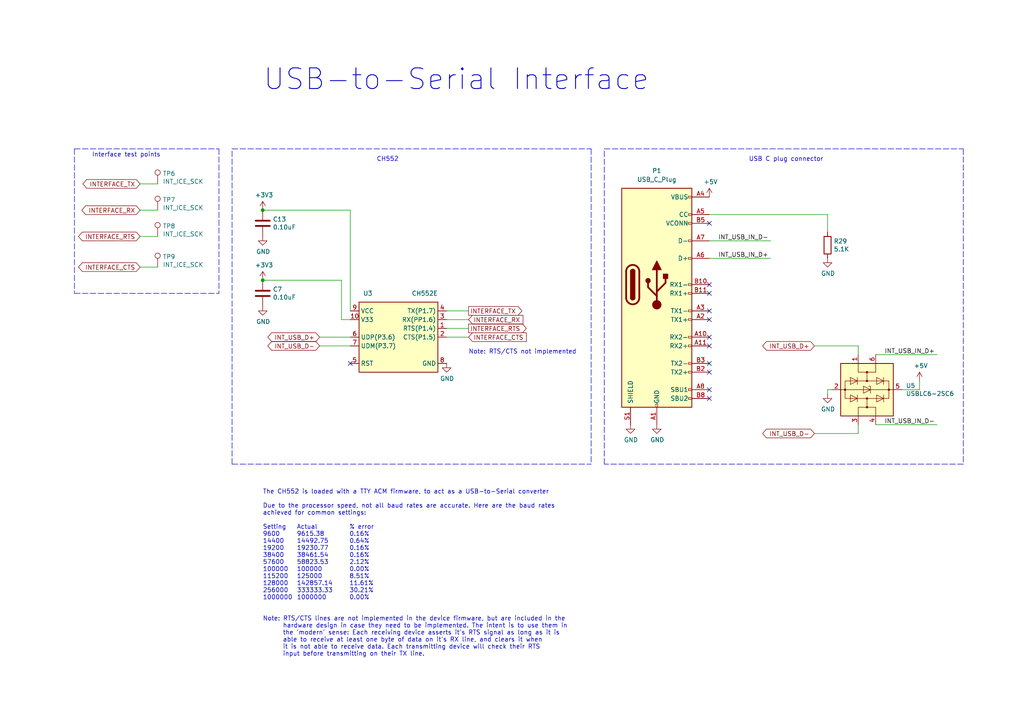
<source format=kicad_sch>
(kicad_sch (version 20211123) (generator eeschema)
  (paper "A4")
  (title_block (title "USB-to-Serial Interface") (date "2021-09-29") (rev "V1") (company "Tillitis AB") (comment 1 "2022"))
  (lib_symbols
    (symbol "Connector:TestPoint" (pin_numbers hide) (pin_names (offset 0.762) hide)
      (property "Reference" "TP" (at 0 6.858 0))
      (property "Value" "TestPoint" (at 0 5.08 0))
      (symbol "TestPoint_0_1"
        (circle (center 0 3.302) (radius 0.762))
      )
      (symbol "TestPoint_1_1"
        (pin passive line (at 0 0 90) (length 2.54) (name "1") (number "1"))
      )
    )
    (symbol "Connector:USB_C_Plug" (pin_names (offset 1.016))
      (property "Reference" "P" (at -10.16 29.21 0))
      (property "Value" "USB_C_Plug" (at 10.16 29.21 0))
      (symbol "USB_C_Plug_0_0"
        (rectangle (start -0.254 -35.56) (end 0.254 -34.544))
        (rectangle (start 10.16 -32.766) (end 9.144 -33.274))
        (rectangle (start 10.16 -30.226) (end 9.144 -30.734))
        (rectangle (start 10.16 -25.146) (end 9.144 -25.654))
        (rectangle (start 10.16 -22.606) (end 9.144 -23.114))
        (rectangle (start 10.16 -17.526) (end 9.144 -18.034))
        (rectangle (start 10.16 -14.986) (end 9.144 -15.494))
        (rectangle (start 10.16 -9.906) (end 9.144 -10.414))
        (rectangle (start 10.16 -7.366) (end 9.144 -7.874))
        (rectangle (start 10.16 -2.286) (end 9.144 -2.794))
        (rectangle (start 10.16 0.254) (end 9.144 -0.254))
        (rectangle (start 10.16 7.874) (end 9.144 7.366))
        (rectangle (start 10.16 12.954) (end 9.144 12.446))
        (rectangle (start 10.16 18.034) (end 9.144 17.526))
        (rectangle (start 10.16 20.574) (end 9.144 20.066))
        (rectangle (start 10.16 25.654) (end 9.144 25.146))
      )
      (symbol "USB_C_Plug_0_1"
        (rectangle (start -10.16 27.94) (end 10.16 -35.56) (stroke (width 0.254)) (fill (type background)))
        (arc (start -8.89 -3.81) (mid -6.985 -5.715) (end -5.08 -3.81) (stroke (width 0.508)))
        (arc (start -7.62 -3.81) (mid -6.985 -4.445) (end -6.35 -3.81) (stroke (width 0.254)))
        (arc (start -7.62 -3.81) (mid -6.985 -4.445) (end -6.35 -3.81) (stroke (width 0.254)) (fill (type outline)))
        (rectangle (start -7.62 -3.81) (end -6.35 3.81) (stroke (width 0.254)) (fill (type outline)))
        (arc (start -6.35 3.81) (mid -6.985 4.445) (end -7.62 3.81) (stroke (width 0.254)))
        (arc (start -6.35 3.81) (mid -6.985 4.445) (end -7.62 3.81) (stroke (width 0.254)) (fill (type outline)))
        (arc (start -5.08 3.81) (mid -6.985 5.715) (end -8.89 3.81) (stroke (width 0.508)))
        (polyline (pts (xy -8.89 -3.81) (xy -8.89 3.81)) (stroke (width 0.508)))
        (polyline (pts (xy -5.08 3.81) (xy -5.08 -3.81)) (stroke (width 0.508)))
      )
      (symbol "USB_C_Plug_1_1"
        (circle (center -2.54 1.143) (radius 0.635) (stroke (width 0.254)) (fill (type outline)))
        (circle (center 0 -5.842) (radius 1.27) (fill (type outline)))
        (polyline (pts (xy 0 -5.842) (xy 0 4.318)) (stroke (width 0.508)))
        (polyline (pts (xy 0 -3.302) (xy -2.54 -0.762) (xy -2.54 0.508)) (stroke (width 0.508)))
        (polyline (pts (xy 0 -2.032) (xy 2.54 0.508) (xy 2.54 1.778)) (stroke (width 0.508)))
        (polyline (pts (xy -1.27 4.318) (xy 0 6.858) (xy 1.27 4.318) (xy -1.27 4.318)) (stroke (width 0.254)) (fill (type outline)))
        (rectangle (start 1.905 1.778) (end 3.175 3.048) (stroke (width 0.254)) (fill (type outline)))
        (pin passive line (at 0 -40.64 90) (length 5.08) (name "GND") (number "A1"))
        (pin bidirectional line (at 15.24 -15.24 180) (length 5.08) (name "RX2-") (number "A10"))
        (pin bidirectional line (at 15.24 -17.78 180) (length 5.08) (name "RX2+") (number "A11"))
        (pin passive line (at 0 -40.64 90) (length 5.08) hide (name "GND") (number "A12"))
        (pin bidirectional line (at 15.24 -10.16 180) (length 5.08) (name "TX1+") (number "A2"))
        (pin bidirectional line (at 15.24 -7.62 180) (length 5.08) (name "TX1-") (number "A3"))
        (pin passive line (at 15.24 25.4 180) (length 5.08) (name "VBUS") (number "A4"))
        (pin bidirectional line (at 15.24 20.32 180) (length 5.08) (name "CC") (number "A5"))
        (pin bidirectional line (at 15.24 7.62 180) (length 5.08) (name "D+") (number "A6"))
        (pin bidirectional line (at 15.24 12.7 180) (length 5.08) (name "D-") (number "A7"))
        (pin bidirectional line (at 15.24 -30.48 180) (length 5.08) (name "SBU1") (number "A8"))
        (pin passive line (at 15.24 25.4 180) (length 5.08) hide (name "VBUS") (number "A9"))
        (pin passive line (at 0 -40.64 90) (length 5.08) hide (name "GND") (number "B1"))
        (pin bidirectional line (at 15.24 0 180) (length 5.08) (name "RX1-") (number "B10"))
        (pin bidirectional line (at 15.24 -2.54 180) (length 5.08) (name "RX1+") (number "B11"))
        (pin passive line (at 0 -40.64 90) (length 5.08) hide (name "GND") (number "B12"))
        (pin bidirectional line (at 15.24 -25.4 180) (length 5.08) (name "TX2+") (number "B2"))
        (pin bidirectional line (at 15.24 -22.86 180) (length 5.08) (name "TX2-") (number "B3"))
        (pin passive line (at 15.24 25.4 180) (length 5.08) hide (name "VBUS") (number "B4"))
        (pin bidirectional line (at 15.24 17.78 180) (length 5.08) (name "VCONN") (number "B5"))
        (pin bidirectional line (at 15.24 -33.02 180) (length 5.08) (name "SBU2") (number "B8"))
        (pin passive line (at 15.24 25.4 180) (length 5.08) hide (name "VBUS") (number "B9"))
        (pin passive line (at -7.62 -40.64 90) (length 5.08) (name "SHIELD") (number "S1"))
      )
    )
    (symbol "Device:C" (pin_numbers hide) (pin_names (offset 0.254))
      (property "Reference" "C" (at 0.635 2.54 0))
      (property "Value" "C" (at 0.635 -2.54 0))
      (symbol "C_0_1"
        (polyline (pts (xy -2.032 -0.762) (xy 2.032 -0.762)) (stroke (width 0.508)))
        (polyline (pts (xy -2.032 0.762) (xy 2.032 0.762)) (stroke (width 0.508)))
      )
      (symbol "C_1_1"
        (pin passive line (at 0 3.81 270) (length 2.794) (name "~") (number "1"))
        (pin passive line (at 0 -3.81 90) (length 2.794) (name "~") (number "2"))
      )
    )
    (symbol "Device:R" (pin_numbers hide) (pin_names (offset 0))
      (property "Reference" "R" (at 2.032 0 90))
      (property "Value" "R" (at 0 0 90))
      (symbol "R_0_1"
        (rectangle (start -1.016 -2.54) (end 1.016 2.54) (stroke (width 0.254)))
      )
      (symbol "R_1_1"
        (pin passive line (at 0 3.81 270) (length 1.27) (name "~") (number "1"))
        (pin passive line (at 0 -3.81 90) (length 1.27) (name "~") (number "2"))
      )
    )
    (symbol "Power_Protection:USBLC6-2SC6" (pin_names hide)
      (property "Reference" "U" (at 2.54 8.89 0))
      (property "Value" "USBLC6-2SC6" (at 2.54 -8.89 0))
      (symbol "USBLC6-2SC6_0_1"
        (rectangle (start -7.62 -7.62) (end 7.62 7.62) (stroke (width 0.254)) (fill (type background)))
        (circle (center -5.08 0) (radius 0.254) (fill (type outline)))
        (circle (center -2.54 0) (radius 0.254) (fill (type outline)))
        (rectangle (start -2.54 6.35) (end 2.54 -6.35))
        (circle (center 0 -6.35) (radius 0.254) (fill (type outline)))
        (polyline (pts (xy -5.08 -2.54) (xy -7.62 -2.54)))
        (polyline (pts (xy -5.08 0) (xy -5.08 -2.54)))
        (polyline (pts (xy -5.08 2.54) (xy -7.62 2.54)))
        (polyline (pts (xy -1.524 -2.794) (xy -3.556 -2.794)))
        (polyline (pts (xy -1.524 4.826) (xy -3.556 4.826)))
        (polyline (pts (xy 0 -7.62) (xy 0 -6.35)))
        (polyline (pts (xy 0 -6.35) (xy 0 1.27)))
        (polyline (pts (xy 0 1.27) (xy 0 6.35)))
        (polyline (pts (xy 0 6.35) (xy 0 7.62)))
        (polyline (pts (xy 1.524 -2.794) (xy 3.556 -2.794)))
        (polyline (pts (xy 1.524 4.826) (xy 3.556 4.826)))
        (polyline (pts (xy 5.08 -2.54) (xy 7.62 -2.54)))
        (polyline (pts (xy 5.08 0) (xy 5.08 -2.54)))
        (polyline (pts (xy 5.08 2.54) (xy 7.62 2.54)))
        (polyline (pts (xy -2.54 0) (xy -5.08 0) (xy -5.08 2.54)))
        (polyline (pts (xy 2.54 0) (xy 5.08 0) (xy 5.08 2.54)))
        (polyline (pts (xy -3.556 -4.826) (xy -1.524 -4.826) (xy -2.54 -2.794) (xy -3.556 -4.826)))
        (polyline (pts (xy -3.556 2.794) (xy -1.524 2.794) (xy -2.54 4.826) (xy -3.556 2.794)))
        (polyline (pts (xy -1.016 -1.016) (xy 1.016 -1.016) (xy 0 1.016) (xy -1.016 -1.016)))
        (polyline (pts (xy 1.016 1.016) (xy 0.762 1.016) (xy -1.016 1.016) (xy -1.016 0.508)))
        (polyline (pts (xy 3.556 -4.826) (xy 1.524 -4.826) (xy 2.54 -2.794) (xy 3.556 -4.826)))
        (polyline (pts (xy 3.556 2.794) (xy 1.524 2.794) (xy 2.54 4.826) (xy 3.556 2.794)))
        (circle (center 0 6.35) (radius 0.254) (fill (type outline)))
        (circle (center 2.54 0) (radius 0.254) (fill (type outline)))
        (circle (center 5.08 0) (radius 0.254) (fill (type outline)))
      )
      (symbol "USBLC6-2SC6_1_1"
        (pin passive line (at -10.16 -2.54 0) (length 2.54) (name "I/O1") (number "1"))
        (pin passive line (at 0 -10.16 90) (length 2.54) (name "GND") (number "2"))
        (pin passive line (at 10.16 -2.54 180) (length 2.54) (name "I/O2") (number "3"))
        (pin passive line (at 10.16 2.54 180) (length 2.54) (name "I/O2") (number "4"))
        (pin passive line (at 0 10.16 270) (length 2.54) (name "VBUS") (number "5"))
        (pin passive line (at -10.16 2.54 0) (length 2.54) (name "I/O1") (number "6"))
      )
    )
    (symbol "mta1:CH552E"
      (property "Reference" "U" (at -8.89 3.81 0))
      (property "Value" "CH552E" (at 7.62 3.81 0))
      (symbol "CH552E_0_1"
        (rectangle (start -10.16 2.54) (end 12.7 -17.78) (stroke (width 0.254)) (fill (type background)))
      )
      (symbol "CH552E_1_1"
        (pin output line (at 15.24 -5.08 180) (length 2.54) (name "RTS(P1.4)") (number "1"))
        (pin passive line (at -12.7 -2.54 0) (length 2.54) (name "V33") (number "10"))
        (pin input line (at 15.24 -7.62 180) (length 2.54) (name "CTS(P1.5)") (number "2"))
        (pin input line (at 15.24 -2.54 180) (length 2.54) (name "RX(PP1.6)") (number "3"))
        (pin output line (at 15.24 0 180) (length 2.54) (name "TX(P1.7)") (number "4"))
        (pin bidirectional line (at -12.7 -15.24 0) (length 2.54) (name "RST") (number "5"))
        (pin bidirectional line (at -12.7 -7.62 0) (length 2.54) (name "UDP(P3.6)") (number "6"))
        (pin bidirectional line (at -12.7 -10.16 0) (length 2.54) (name "UDM(P3.7)") (number "7"))
        (pin power_in line (at 15.24 -15.24 180) (length 2.54) (name "GND") (number "8"))
        (pin power_in line (at -12.7 0 0) (length 2.54) (name "VCC") (number "9"))
      )
    )
    (symbol "power:+3.3V" (power) (pin_names (offset 0))
      (property "Value" "+3.3V" (at 0 3.556 0))
      (symbol "+3.3V_0_1"
        (polyline (pts (xy -0.762 1.27) (xy 0 2.54)))
        (polyline (pts (xy 0 0) (xy 0 2.54)))
        (polyline (pts (xy 0 2.54) (xy 0.762 1.27)))
      )
      (symbol "+3.3V_1_1"
        (pin power_in line (at 0 0 90) (length 0) hide (name "+3V3") (number "1"))
      )
    )
    (symbol "power:+5V" (power) (pin_names (offset 0))
      (property "Value" "+5V" (at 0 3.556 0))
      (symbol "+5V_0_1"
        (polyline (pts (xy -0.762 1.27) (xy 0 2.54)))
        (polyline (pts (xy 0 0) (xy 0 2.54)))
        (polyline (pts (xy 0 2.54) (xy 0.762 1.27)))
      )
      (symbol "+5V_1_1"
        (pin power_in line (at 0 0 90) (length 0) hide (name "+5V") (number "1"))
      )
    )
    (symbol "power:GND" (power) (pin_names (offset 0))
      (property "Value" "GND" (at 0 -3.81 0))
      (symbol "GND_0_1"
        (polyline (pts (xy 0 0) (xy 0 -1.27) (xy 1.27 -1.27) (xy 0 -2.54) (xy -1.27 -1.27) (xy 0 -1.27)))
      )
      (symbol "GND_1_1"
        (pin power_in line (at 0 0 270) (length 0) hide (name "GND") (number "1"))
      )
    )
  )
  (junction (at 76.2 60.96))
  (junction (at 76.2 81.28))
  (no_connect (at 205.74 92.71))
  (no_connect (at 205.74 85.09))
  (no_connect (at 205.74 100.33))
  (no_connect (at 205.74 82.55))
  (no_connect (at 205.74 115.57))
  (no_connect (at 101.6 105.41))
  (no_connect (at 205.74 113.03))
  (no_connect (at 205.74 90.17))
  (no_connect (at 205.74 105.41))
  (no_connect (at 205.74 64.77))
  (no_connect (at 205.74 97.79))
  (no_connect (at 205.74 107.95))
  (wire (pts (xy 266.7 110.49) (xy 266.7 113.03)))
  (polyline (pts (xy 67.31 134.62) (xy 171.45 134.62)))
  (polyline (pts (xy 279.4 43.18) (xy 279.4 134.62)))
  (wire (pts (xy 92.71 100.33) (xy 101.6 100.33)))
  (polyline (pts (xy 171.45 43.18) (xy 171.45 134.62)))
  (wire (pts (xy 99.06 81.28) (xy 76.2 81.28)))
  (wire (pts (xy 241.3 113.03) (xy 240.03 113.03)))
  (polyline (pts (xy 175.26 43.18) (xy 279.4 43.18)))
  (wire (pts (xy 135.89 97.79) (xy 129.54 97.79)))
  (wire (pts (xy 99.06 92.71) (xy 99.06 81.28)))
  (polyline (pts (xy 279.4 134.62) (xy 175.26 134.62)))
  (wire (pts (xy 40.64 68.58) (xy 45.72 68.58)))
  (wire (pts (xy 236.22 125.73) (xy 248.92 125.73)))
  (wire (pts (xy 236.22 100.33) (xy 248.92 100.33)))
  (polyline (pts (xy 67.31 134.62) (xy 67.31 43.18)))
  (polyline (pts (xy 175.26 134.62) (xy 175.26 43.18)))
  (wire (pts (xy 254 102.87) (xy 271.78 102.87)))
  (wire (pts (xy 248.92 123.19) (xy 248.92 125.73)))
  (wire (pts (xy 248.92 100.33) (xy 248.92 102.87)))
  (wire (pts (xy 40.64 60.96) (xy 45.72 60.96)))
  (polyline (pts (xy 21.59 43.18) (xy 63.5 43.18)))
  (wire (pts (xy 76.2 60.96) (xy 101.6 60.96)))
  (wire (pts (xy 266.7 113.03) (xy 261.62 113.03)))
  (wire (pts (xy 240.03 67.31) (xy 240.03 62.23)))
  (wire (pts (xy 135.89 92.71) (xy 129.54 92.71)))
  (wire (pts (xy 40.64 77.47) (xy 45.72 77.47)))
  (wire (pts (xy 205.74 74.93) (xy 223.52 74.93)))
  (polyline (pts (xy 67.31 43.18) (xy 171.45 43.18)))
  (polyline (pts (xy 21.59 85.09) (xy 63.5 85.09)))
  (wire (pts (xy 205.74 69.85) (xy 223.52 69.85)))
  (wire (pts (xy 135.89 90.17) (xy 129.54 90.17)))
  (polyline (pts (xy 63.5 43.18) (xy 63.5 85.09)))
  (wire (pts (xy 92.71 97.79) (xy 101.6 97.79)))
  (wire (pts (xy 205.74 62.23) (xy 240.03 62.23)))
  (wire (pts (xy 271.78 123.19) (xy 254 123.19)))
  (wire (pts (xy 240.03 113.03) (xy 240.03 114.3)))
  (wire (pts (xy 99.06 92.71) (xy 101.6 92.71)))
  (wire (pts (xy 101.6 60.96) (xy 101.6 90.17)))
  (wire (pts (xy 135.89 95.25) (xy 129.54 95.25)))
  (polyline (pts (xy 21.59 43.18) (xy 21.59 85.09)))
  (wire (pts (xy 40.64 53.34) (xy 45.72 53.34)))
  (text "USB C plug connector" (at 217.17 46.99 0) (effects (font (size 1.27 1.27)) (justify left bottom)))
  (text "CH552" (at 109.22 46.99 0) (effects (font (size 1.27 1.27)) (justify left bottom)))
  (text "USB-to-Serial Interface" (at 76.2 26.67 0) (effects (font (size 6 6) (thickness 0.254) bold) (justify left bottom)))
  (text "The CH552 is loaded with a TTY ACM firmware, to act as a USB-to-Serial converter\n\nDue to the processor speed, not all baud rates are accurate. Here are the baud rates\nachieved for common settings:\n\nSetting	Actual		% error\n9600	9615.38		0.16%\n14400	14492.75	0.64%\n19200	19230.77	0.16%\n38400	38461.54	0.16%\n57600	58823.53	2.12%\n100000	100000		0.00%\n115200	125000		8.51%\n128000	142857.14	11.61%\n256000	333333.33	30.21%\n1000000	1000000		0.00%\n\n\nNote: RTS/CTS lines are not implemented in the device firmware, but are included in the\n      hardware design in case they need to be implemented. The intent is to use them in\n      the 'modern' sense: Each receiving device asserts it's RTS signal as long as it is\n      able to receive at least one byte of data on it's RX line, and clears it when\n      it is not able to receive data. Each transmitting device will check their RTS\n      input before transmitting on their TX line." (at 76.2 190.5 0) (effects (font (size 1.27 1.27)) (justify left bottom)))
  (text "Interface test points" (at 26.67 45.72 0) (effects (font (size 1.27 1.27)) (justify left bottom)))
  (text "Note: RTS/CTS not implemented" (at 135.89 102.87 0) (effects (font (size 1.27 1.27)) (justify left bottom)))
  (label "INT_USB_IN_D-" (at 208.28 69.85 0))
  (label "INT_USB_IN_D+" (at 256.54 102.87 0))
  (label "INT_USB_IN_D+" (at 208.28 74.93 0))
  (label "INT_USB_IN_D-" (at 256.54 123.19 0))
  (global_label "INTERFACE_TX" (shape output) (at 135.89 90.17 0) (property "Intersheet References" "${INTERSHEET_REFS}" (effects hide)))
  (global_label "INT_USB_D-" (shape bidirectional) (at 236.22 125.73 180) (property "Intersheet References" "${INTERSHEET_REFS}" (effects hide)))
  (global_label "INT_USB_D+" (shape bidirectional) (at 236.22 100.33 180) (property "Intersheet References" "${INTERSHEET_REFS}" (effects hide)))
  (global_label "INTERFACE_RX" (shape bidirectional) (at 40.64 60.96 180) (property "Intersheet References" "${INTERSHEET_REFS}" (effects hide)))
  (global_label "INTERFACE_CTS" (shape bidirectional) (at 40.64 77.47 180) (property "Intersheet References" "${INTERSHEET_REFS}" (effects hide)))
  (global_label "INTERFACE_RTS" (shape bidirectional) (at 40.64 68.58 180) (property "Intersheet References" "${INTERSHEET_REFS}" (effects hide)))
  (global_label "INTERFACE_RX" (shape input) (at 135.89 92.71 0) (property "Intersheet References" "${INTERSHEET_REFS}" (effects hide)))
  (global_label "INTERFACE_TX" (shape bidirectional) (at 40.64 53.34 180) (property "Intersheet References" "${INTERSHEET_REFS}" (effects hide)))
  (global_label "INT_USB_D-" (shape bidirectional) (at 92.71 100.33 180) (property "Intersheet References" "${INTERSHEET_REFS}" (effects hide)))
  (global_label "INTERFACE_CTS" (shape input) (at 135.89 97.79 0) (property "Intersheet References" "${INTERSHEET_REFS}" (effects hide)))
  (global_label "INTERFACE_RTS" (shape output) (at 135.89 95.25 0) (property "Intersheet References" "${INTERSHEET_REFS}" (effects hide)))
  (global_label "INT_USB_D+" (shape bidirectional) (at 92.71 97.79 180) (property "Intersheet References" "${INTERSHEET_REFS}" (effects hide)))
  (symbol (lib_id "power:GND") (at 76.2 68.58 0) (unit 1)
    (property "Reference" "#GND0110" (effects hide))
    (property "Value" "GND" (at 76.327 72.9742 0))
  )
  (symbol (lib_id "Power_Protection:USBLC6-2SC6") (at 251.46 113.03 270) (unit 1)
    (property "Reference" "U5" (at 262.7376 111.8616 90) (effects (justify left)))
    (property "Value" "USBLC6-2SC6" (at 262.7376 114.173 90) (effects (justify left)))
    (property "Footprint" "Package_TO_SOT_SMD:SOT-23-6" (effects hide))
    (property "Datasheet" "https://www.st.com/resource/en/datasheet/usblc6-2.pdf" (effects hide))
  )
  (symbol (lib_id "power:GND") (at 240.03 114.3 0) (unit 1)
    (property "Reference" "#GND0106" (effects hide))
    (property "Value" "GND" (at 240.157 118.6942 0))
  )
  (symbol (lib_id "Device:C") (at 76.2 64.77 0) (unit 1)
    (property "Reference" "C13" (at 79.121 63.6016 0) (effects (justify left)))
    (property "Value" "0.10uF" (at 79.121 65.913 0) (effects (justify left)))
    (property "Footprint" "mta1:CAPC1005X06L" (effects hide))
  )
  (symbol (lib_id "power:+3.3V") (at 76.2 60.96 0) (unit 1)
    (property "Reference" "#PWR0101" (effects hide))
    (property "Value" "+3.3V" (at 76.581 56.5658 0))
  )
  (symbol (lib_id "power:+3.3V") (at 76.2 81.28 0) (unit 1)
    (property "Reference" "#PWR0102" (effects hide))
    (property "Value" "+3.3V" (at 76.581 76.8858 0))
  )
  (symbol (lib_id "power:+5V") (at 266.7 110.49 0) (unit 1)
    (property "Reference" "#PWR0104" (effects hide))
    (property "Value" "+5V" (at 267.081 106.0958 0))
  )
  (symbol (lib_id "Connector:TestPoint") (at 45.72 60.96 0) (unit 1)
    (property "Reference" "TP7" (at 47.1932 57.9628 0) (effects (justify left)))
    (property "Value" "INT_ICE_SCK" (at 47.1932 60.2742 0) (effects (justify left)))
    (property "Footprint" "TestPoint:TestPoint_Pad_D1.0mm" (effects hide))
  )
  (symbol (lib_id "power:GND") (at 240.03 74.93 0) (unit 1)
    (property "Reference" "#GND0105" (effects hide))
    (property "Value" "GND" (at 240.157 79.3242 0))
  )
  (symbol (lib_id "power:GND") (at 76.2 88.9 0) (unit 1)
    (property "Reference" "#GND0108" (effects hide))
    (property "Value" "GND" (at 76.327 93.2942 0))
  )
  (symbol (lib_id "Connector:TestPoint") (at 45.72 68.58 0) (unit 1)
    (property "Reference" "TP8" (at 47.1932 65.5828 0) (effects (justify left)))
    (property "Value" "INT_ICE_SCK" (at 47.1932 67.8942 0) (effects (justify left)))
    (property "Footprint" "TestPoint:TestPoint_Pad_D1.0mm" (effects hide))
  )
  (symbol (lib_id "Device:C") (at 76.2 85.09 0) (unit 1)
    (property "Reference" "C7" (at 79.121 83.9216 0) (effects (justify left)))
    (property "Value" "0.10uF" (at 79.121 86.233 0) (effects (justify left)))
    (property "Footprint" "mta1:CAPC1005X06L" (effects hide))
  )
  (symbol (lib_id "Connector:USB_C_Plug") (at 190.5 82.55 0) (unit 1)
    (property "Reference" "P1" (at 190.5 49.53 0))
    (property "Value" "USB_C_Plug" (at 190.5 52.07 0))
    (property "Footprint" "mta1:U261-241N-4BS60" (effects hide))
    (property "Datasheet" "https://www.usb.org/sites/default/files/documents/usb_type-c.zip" (effects hide))
  )
  (symbol (lib_id "Device:R") (at 240.03 71.12 0) (unit 1)
    (property "Reference" "R29" (at 241.808 69.9516 0) (effects (justify left)))
    (property "Value" "5.1K" (at 241.808 72.263 0) (effects (justify left)))
    (property "Footprint" "mta1:ERJ2G(0402)_L" (effects hide))
  )
  (symbol (lib_id "power:GND") (at 182.88 123.19 0) (unit 1)
    (property "Reference" "#GND0104" (effects hide))
    (property "Value" "GND" (at 183.007 127.5842 0))
  )
  (symbol (lib_id "power:GND") (at 190.5 123.19 0) (unit 1)
    (property "Reference" "#GND0102" (effects hide))
    (property "Value" "GND" (at 190.627 127.5842 0))
  )
  (symbol (lib_id "mta1:CH552E") (at 114.3 90.17 0) (unit 1)
    (property "Reference" "U3" (at 106.68 85.09 0))
    (property "Value" "CH552E" (at 123.19 85.09 0))
    (property "Footprint" "Package_SO:MSOP-10_3x3mm_P0.5mm" (effects hide))
  )
  (symbol (lib_id "power:+5V") (at 205.74 57.15 0) (unit 1)
    (property "Reference" "#PWR0103" (effects hide))
    (property "Value" "+5V" (at 206.121 52.7558 0))
  )
  (symbol (lib_id "Connector:TestPoint") (at 45.72 77.47 0) (unit 1)
    (property "Reference" "TP9" (at 47.1932 74.4728 0) (effects (justify left)))
    (property "Value" "INT_ICE_SCK" (at 47.1932 76.7842 0) (effects (justify left)))
    (property "Footprint" "TestPoint:TestPoint_Pad_D1.0mm" (effects hide))
  )
  (symbol (lib_id "power:GND") (at 129.54 105.41 0) (unit 1)
    (property "Reference" "#GND0109" (effects hide))
    (property "Value" "GND" (at 129.667 109.8042 0))
  )
  (symbol (lib_id "Connector:TestPoint") (at 45.72 53.34 0) (unit 1)
    (property "Reference" "TP6" (at 47.1932 50.3428 0) (effects (justify left)))
    (property "Value" "INT_ICE_SCK" (at 47.1932 52.6542 0) (effects (justify left)))
    (property "Footprint" "TestPoint:TestPoint_Pad_D1.0mm" (effects hide))
  )
)
</source>
